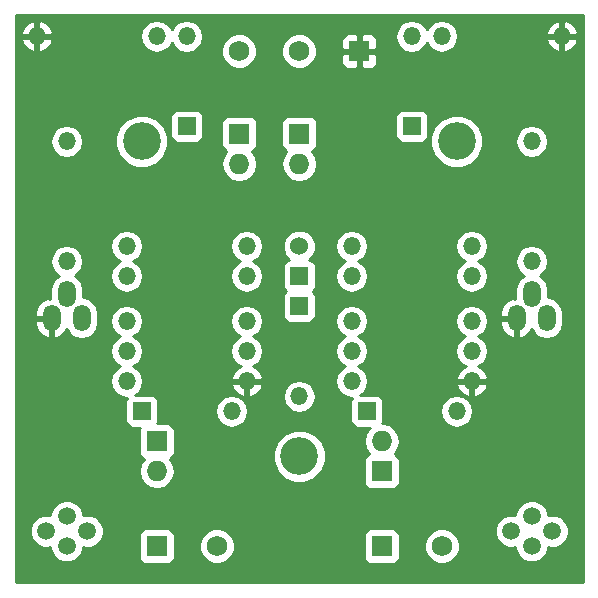
<source format=gbl>
G04 (created by PCBNEW (2013-07-07 BZR 4022)-stable) date 3/21/2015 3:58:04 AM*
%MOIN*%
G04 Gerber Fmt 3.4, Leading zero omitted, Abs format*
%FSLAX34Y34*%
G01*
G70*
G90*
G04 APERTURE LIST*
%ADD10C,0.00590551*%
%ADD11O,0.059X0.0885*%
%ADD12R,0.069X0.069*%
%ADD13C,0.069*%
%ADD14O,0.059X0.059*%
%ADD15R,0.06X0.06*%
%ADD16C,0.06*%
%ADD17C,0.059*%
%ADD18O,0.069X0.069*%
%ADD19C,0.125984*%
%ADD20R,0.059X0.059*%
%ADD21C,0.01*%
G04 APERTURE END LIST*
G54D10*
G54D11*
X50000Y-36397D03*
X50500Y-35602D03*
X51000Y-36397D03*
X34500Y-36397D03*
X35000Y-35602D03*
X35500Y-36397D03*
G54D12*
X44750Y-27500D03*
G54D13*
X42750Y-27500D03*
X40750Y-27500D03*
G54D12*
X38000Y-44000D03*
G54D13*
X40000Y-44000D03*
G54D12*
X45500Y-44000D03*
G54D13*
X47500Y-44000D03*
G54D14*
X50500Y-34500D03*
X50500Y-30500D03*
X47500Y-27000D03*
X51500Y-27000D03*
X38000Y-27000D03*
X34000Y-27000D03*
X44500Y-38500D03*
X48500Y-38500D03*
X37000Y-38500D03*
X41000Y-38500D03*
X48500Y-36500D03*
X44500Y-36500D03*
X35000Y-34500D03*
X35000Y-30500D03*
X37000Y-36500D03*
X41000Y-36500D03*
G54D15*
X42750Y-35000D03*
G54D16*
X42750Y-34000D03*
G54D17*
X50500Y-43007D03*
X51188Y-43500D03*
X49811Y-43500D03*
X50500Y-43992D03*
X35000Y-43007D03*
X35688Y-43500D03*
X34311Y-43500D03*
X35000Y-43992D03*
G54D12*
X38000Y-40500D03*
G54D18*
X38000Y-41500D03*
G54D12*
X45500Y-41500D03*
G54D18*
X45500Y-40500D03*
G54D12*
X40750Y-30250D03*
G54D18*
X40750Y-31250D03*
G54D12*
X42750Y-30250D03*
G54D18*
X42750Y-31250D03*
G54D19*
X48000Y-30500D03*
X42750Y-41000D03*
X37500Y-30500D03*
G54D14*
X37000Y-37500D03*
X41000Y-37500D03*
X41000Y-35000D03*
X37000Y-35000D03*
X41000Y-34000D03*
X37000Y-34000D03*
X48500Y-37500D03*
X44500Y-37500D03*
X44500Y-35000D03*
X48500Y-35000D03*
X44500Y-34000D03*
X48500Y-34000D03*
G54D20*
X46500Y-30000D03*
G54D14*
X46500Y-27000D03*
G54D20*
X39000Y-30000D03*
G54D14*
X39000Y-27000D03*
G54D20*
X42750Y-36000D03*
G54D14*
X42750Y-39000D03*
G54D20*
X37500Y-39500D03*
G54D14*
X40500Y-39500D03*
G54D20*
X45000Y-39500D03*
G54D14*
X48000Y-39500D03*
G54D10*
G36*
X52200Y-45200D02*
X52028Y-45200D01*
X52028Y-27134D01*
X52028Y-26865D01*
X51968Y-26721D01*
X51826Y-26563D01*
X51634Y-26471D01*
X51550Y-26519D01*
X51550Y-26950D01*
X51979Y-26950D01*
X52028Y-26865D01*
X52028Y-27134D01*
X51979Y-27050D01*
X51550Y-27050D01*
X51550Y-27480D01*
X51634Y-27528D01*
X51826Y-27436D01*
X51968Y-27278D01*
X52028Y-27134D01*
X52028Y-45200D01*
X51734Y-45200D01*
X51734Y-43392D01*
X51651Y-43191D01*
X51545Y-43085D01*
X51545Y-36558D01*
X51545Y-36236D01*
X51503Y-36027D01*
X51450Y-35947D01*
X51450Y-27480D01*
X51450Y-27050D01*
X51450Y-26950D01*
X51450Y-26519D01*
X51365Y-26471D01*
X51173Y-26563D01*
X51031Y-26721D01*
X50971Y-26865D01*
X51020Y-26950D01*
X51450Y-26950D01*
X51450Y-27050D01*
X51020Y-27050D01*
X50971Y-27134D01*
X51031Y-27278D01*
X51173Y-27436D01*
X51365Y-27528D01*
X51450Y-27480D01*
X51450Y-35947D01*
X51385Y-35851D01*
X51208Y-35732D01*
X51045Y-35700D01*
X51045Y-35441D01*
X51003Y-35232D01*
X50885Y-35056D01*
X50765Y-34976D01*
X50885Y-34896D01*
X51003Y-34719D01*
X51045Y-34510D01*
X51045Y-34489D01*
X51045Y-30510D01*
X51045Y-30489D01*
X51003Y-30280D01*
X50885Y-30103D01*
X50708Y-29985D01*
X50500Y-29944D01*
X50291Y-29985D01*
X50114Y-30103D01*
X49996Y-30280D01*
X49955Y-30489D01*
X49955Y-30510D01*
X49996Y-30719D01*
X50114Y-30896D01*
X50291Y-31014D01*
X50500Y-31055D01*
X50708Y-31014D01*
X50885Y-30896D01*
X51003Y-30719D01*
X51045Y-30510D01*
X51045Y-34489D01*
X51003Y-34280D01*
X50885Y-34103D01*
X50708Y-33985D01*
X50500Y-33944D01*
X50291Y-33985D01*
X50114Y-34103D01*
X49996Y-34280D01*
X49955Y-34489D01*
X49955Y-34510D01*
X49996Y-34719D01*
X50114Y-34896D01*
X50234Y-34976D01*
X50114Y-35056D01*
X49996Y-35232D01*
X49955Y-35441D01*
X49955Y-35705D01*
X49949Y-35705D01*
X49949Y-35770D01*
X49865Y-35721D01*
X49837Y-35727D01*
X49649Y-35829D01*
X49515Y-35995D01*
X49455Y-36200D01*
X49455Y-36347D01*
X49950Y-36347D01*
X49950Y-36339D01*
X50050Y-36339D01*
X50050Y-36347D01*
X50057Y-36347D01*
X50057Y-36447D01*
X50050Y-36447D01*
X50050Y-37024D01*
X50134Y-37073D01*
X50162Y-37067D01*
X50350Y-36965D01*
X50484Y-36799D01*
X50495Y-36762D01*
X50496Y-36767D01*
X50614Y-36943D01*
X50791Y-37062D01*
X51000Y-37103D01*
X51208Y-37062D01*
X51385Y-36943D01*
X51503Y-36767D01*
X51545Y-36558D01*
X51545Y-43085D01*
X51498Y-43038D01*
X51297Y-42955D01*
X51081Y-42954D01*
X51045Y-42969D01*
X51045Y-42899D01*
X50962Y-42699D01*
X50809Y-42546D01*
X50608Y-42462D01*
X50392Y-42462D01*
X50191Y-42545D01*
X50038Y-42698D01*
X49955Y-42898D01*
X49955Y-42969D01*
X49950Y-42967D01*
X49950Y-37024D01*
X49950Y-36447D01*
X49455Y-36447D01*
X49455Y-36595D01*
X49515Y-36799D01*
X49649Y-36965D01*
X49837Y-37067D01*
X49865Y-37073D01*
X49950Y-37024D01*
X49950Y-42967D01*
X49919Y-42955D01*
X49703Y-42954D01*
X49502Y-43037D01*
X49349Y-43190D01*
X49266Y-43391D01*
X49265Y-43607D01*
X49348Y-43808D01*
X49501Y-43961D01*
X49702Y-44044D01*
X49918Y-44045D01*
X49954Y-44030D01*
X49954Y-44100D01*
X50037Y-44300D01*
X50190Y-44453D01*
X50391Y-44537D01*
X50607Y-44537D01*
X50808Y-44454D01*
X50961Y-44301D01*
X51044Y-44101D01*
X51044Y-44030D01*
X51080Y-44044D01*
X51296Y-44045D01*
X51497Y-43962D01*
X51650Y-43809D01*
X51733Y-43608D01*
X51734Y-43392D01*
X51734Y-45200D01*
X49055Y-45200D01*
X49055Y-37500D01*
X49014Y-37291D01*
X48896Y-37114D01*
X48724Y-37000D01*
X48896Y-36885D01*
X49014Y-36708D01*
X49055Y-36500D01*
X49055Y-35000D01*
X49014Y-34791D01*
X48896Y-34614D01*
X48724Y-34500D01*
X48896Y-34385D01*
X49014Y-34208D01*
X49055Y-34000D01*
X49014Y-33791D01*
X48896Y-33614D01*
X48880Y-33603D01*
X48880Y-30325D01*
X48746Y-30002D01*
X48499Y-29754D01*
X48175Y-29620D01*
X48055Y-29620D01*
X48055Y-27000D01*
X48014Y-26791D01*
X47896Y-26614D01*
X47719Y-26496D01*
X47510Y-26455D01*
X47489Y-26455D01*
X47280Y-26496D01*
X47103Y-26614D01*
X46998Y-26772D01*
X46885Y-26603D01*
X46708Y-26485D01*
X46500Y-26444D01*
X46291Y-26485D01*
X46114Y-26603D01*
X45996Y-26780D01*
X45955Y-26989D01*
X45955Y-27010D01*
X45996Y-27219D01*
X46114Y-27396D01*
X46291Y-27514D01*
X46500Y-27555D01*
X46708Y-27514D01*
X46885Y-27396D01*
X46998Y-27227D01*
X47103Y-27385D01*
X47280Y-27503D01*
X47489Y-27545D01*
X47510Y-27545D01*
X47719Y-27503D01*
X47896Y-27385D01*
X48014Y-27208D01*
X48055Y-27000D01*
X48055Y-29620D01*
X47825Y-29619D01*
X47502Y-29753D01*
X47254Y-30000D01*
X47120Y-30324D01*
X47119Y-30674D01*
X47253Y-30997D01*
X47500Y-31245D01*
X47824Y-31379D01*
X48174Y-31380D01*
X48497Y-31246D01*
X48745Y-30999D01*
X48879Y-30675D01*
X48880Y-30325D01*
X48880Y-33603D01*
X48719Y-33496D01*
X48510Y-33455D01*
X48489Y-33455D01*
X48280Y-33496D01*
X48103Y-33614D01*
X47985Y-33791D01*
X47944Y-34000D01*
X47985Y-34208D01*
X48103Y-34385D01*
X48275Y-34500D01*
X48103Y-34614D01*
X47985Y-34791D01*
X47944Y-35000D01*
X47985Y-35208D01*
X48103Y-35385D01*
X48280Y-35503D01*
X48489Y-35545D01*
X48510Y-35545D01*
X48719Y-35503D01*
X48896Y-35385D01*
X49014Y-35208D01*
X49055Y-35000D01*
X49055Y-36500D01*
X49014Y-36291D01*
X48896Y-36114D01*
X48719Y-35996D01*
X48510Y-35955D01*
X48489Y-35955D01*
X48280Y-35996D01*
X48103Y-36114D01*
X47985Y-36291D01*
X47944Y-36500D01*
X47985Y-36708D01*
X48103Y-36885D01*
X48275Y-37000D01*
X48103Y-37114D01*
X47985Y-37291D01*
X47944Y-37500D01*
X47985Y-37708D01*
X48103Y-37885D01*
X48280Y-38003D01*
X48293Y-38006D01*
X48173Y-38063D01*
X48031Y-38221D01*
X47971Y-38365D01*
X48020Y-38450D01*
X48450Y-38450D01*
X48450Y-38442D01*
X48550Y-38442D01*
X48550Y-38450D01*
X48979Y-38450D01*
X49028Y-38365D01*
X48968Y-38221D01*
X48826Y-38063D01*
X48706Y-38006D01*
X48719Y-38003D01*
X48896Y-37885D01*
X49014Y-37708D01*
X49055Y-37500D01*
X49055Y-45200D01*
X49028Y-45200D01*
X49028Y-38634D01*
X48979Y-38550D01*
X48550Y-38550D01*
X48550Y-38980D01*
X48634Y-39028D01*
X48826Y-38936D01*
X48968Y-38778D01*
X49028Y-38634D01*
X49028Y-45200D01*
X48555Y-45200D01*
X48555Y-39500D01*
X48514Y-39291D01*
X48450Y-39195D01*
X48450Y-38980D01*
X48450Y-38550D01*
X48020Y-38550D01*
X47971Y-38634D01*
X48031Y-38778D01*
X48173Y-38936D01*
X48365Y-39028D01*
X48450Y-38980D01*
X48450Y-39195D01*
X48396Y-39114D01*
X48219Y-38996D01*
X48010Y-38955D01*
X47989Y-38955D01*
X47780Y-38996D01*
X47603Y-39114D01*
X47485Y-39291D01*
X47444Y-39500D01*
X47485Y-39708D01*
X47603Y-39885D01*
X47780Y-40003D01*
X47989Y-40045D01*
X48010Y-40045D01*
X48219Y-40003D01*
X48396Y-39885D01*
X48514Y-39708D01*
X48555Y-39500D01*
X48555Y-45200D01*
X48095Y-45200D01*
X48095Y-43882D01*
X48004Y-43663D01*
X47837Y-43495D01*
X47618Y-43405D01*
X47382Y-43404D01*
X47163Y-43495D01*
X47045Y-43613D01*
X47045Y-30245D01*
X47045Y-29655D01*
X47007Y-29563D01*
X46936Y-29493D01*
X46844Y-29455D01*
X46745Y-29454D01*
X46155Y-29454D01*
X46063Y-29492D01*
X45993Y-29563D01*
X45955Y-29655D01*
X45954Y-29754D01*
X45954Y-30344D01*
X45992Y-30436D01*
X46063Y-30506D01*
X46155Y-30544D01*
X46254Y-30545D01*
X46844Y-30545D01*
X46936Y-30507D01*
X47006Y-30436D01*
X47044Y-30344D01*
X47045Y-30245D01*
X47045Y-43613D01*
X46995Y-43662D01*
X46905Y-43881D01*
X46904Y-44117D01*
X46995Y-44336D01*
X47162Y-44504D01*
X47381Y-44594D01*
X47617Y-44595D01*
X47836Y-44504D01*
X48004Y-44337D01*
X48094Y-44118D01*
X48095Y-43882D01*
X48095Y-45200D01*
X46095Y-45200D01*
X46095Y-44295D01*
X46095Y-43605D01*
X46095Y-41795D01*
X46095Y-41105D01*
X46057Y-41013D01*
X45986Y-40943D01*
X45929Y-40919D01*
X46049Y-40739D01*
X46095Y-40511D01*
X46095Y-40488D01*
X46049Y-40260D01*
X45920Y-40067D01*
X45727Y-39938D01*
X45522Y-39897D01*
X45544Y-39844D01*
X45545Y-39745D01*
X45545Y-39155D01*
X45507Y-39063D01*
X45436Y-38993D01*
X45345Y-38955D01*
X45345Y-27795D01*
X45345Y-27204D01*
X45344Y-27105D01*
X45306Y-27013D01*
X45236Y-26942D01*
X45144Y-26904D01*
X44862Y-26905D01*
X44800Y-26967D01*
X44800Y-27450D01*
X45282Y-27450D01*
X45345Y-27387D01*
X45345Y-27204D01*
X45345Y-27795D01*
X45345Y-27612D01*
X45282Y-27550D01*
X44800Y-27550D01*
X44800Y-28032D01*
X44862Y-28095D01*
X45144Y-28095D01*
X45236Y-28057D01*
X45306Y-27986D01*
X45344Y-27894D01*
X45345Y-27795D01*
X45345Y-38955D01*
X45344Y-38955D01*
X45245Y-38954D01*
X44791Y-38954D01*
X44896Y-38885D01*
X45014Y-38708D01*
X45055Y-38500D01*
X45014Y-38291D01*
X44896Y-38114D01*
X44724Y-37999D01*
X44896Y-37885D01*
X45014Y-37708D01*
X45055Y-37500D01*
X45014Y-37291D01*
X44896Y-37114D01*
X44724Y-37000D01*
X44896Y-36885D01*
X45014Y-36708D01*
X45055Y-36500D01*
X45055Y-35000D01*
X45014Y-34791D01*
X44896Y-34614D01*
X44724Y-34500D01*
X44896Y-34385D01*
X45014Y-34208D01*
X45055Y-34000D01*
X45014Y-33791D01*
X44896Y-33614D01*
X44719Y-33496D01*
X44700Y-33492D01*
X44700Y-28032D01*
X44700Y-27550D01*
X44700Y-27450D01*
X44700Y-26967D01*
X44637Y-26905D01*
X44355Y-26904D01*
X44263Y-26942D01*
X44193Y-27013D01*
X44155Y-27105D01*
X44154Y-27204D01*
X44155Y-27387D01*
X44217Y-27450D01*
X44700Y-27450D01*
X44700Y-27550D01*
X44217Y-27550D01*
X44155Y-27612D01*
X44154Y-27795D01*
X44155Y-27894D01*
X44193Y-27986D01*
X44263Y-28057D01*
X44355Y-28095D01*
X44637Y-28095D01*
X44700Y-28032D01*
X44700Y-33492D01*
X44510Y-33455D01*
X44489Y-33455D01*
X44280Y-33496D01*
X44103Y-33614D01*
X43985Y-33791D01*
X43944Y-34000D01*
X43985Y-34208D01*
X44103Y-34385D01*
X44275Y-34500D01*
X44103Y-34614D01*
X43985Y-34791D01*
X43944Y-35000D01*
X43985Y-35208D01*
X44103Y-35385D01*
X44280Y-35503D01*
X44489Y-35545D01*
X44510Y-35545D01*
X44719Y-35503D01*
X44896Y-35385D01*
X45014Y-35208D01*
X45055Y-35000D01*
X45055Y-36500D01*
X45014Y-36291D01*
X44896Y-36114D01*
X44719Y-35996D01*
X44510Y-35955D01*
X44489Y-35955D01*
X44280Y-35996D01*
X44103Y-36114D01*
X43985Y-36291D01*
X43944Y-36500D01*
X43985Y-36708D01*
X44103Y-36885D01*
X44275Y-37000D01*
X44103Y-37114D01*
X43985Y-37291D01*
X43944Y-37500D01*
X43985Y-37708D01*
X44103Y-37885D01*
X44275Y-38000D01*
X44103Y-38114D01*
X43985Y-38291D01*
X43944Y-38500D01*
X43985Y-38708D01*
X44103Y-38885D01*
X44280Y-39003D01*
X44489Y-39045D01*
X44510Y-39045D01*
X44511Y-39044D01*
X44493Y-39063D01*
X44455Y-39155D01*
X44454Y-39254D01*
X44454Y-39844D01*
X44492Y-39936D01*
X44563Y-40006D01*
X44655Y-40044D01*
X44754Y-40045D01*
X45113Y-40045D01*
X45079Y-40067D01*
X44950Y-40260D01*
X44905Y-40488D01*
X44905Y-40511D01*
X44950Y-40739D01*
X45070Y-40919D01*
X45013Y-40942D01*
X44943Y-41013D01*
X44905Y-41105D01*
X44904Y-41204D01*
X44904Y-41894D01*
X44942Y-41986D01*
X45013Y-42056D01*
X45105Y-42094D01*
X45204Y-42095D01*
X45894Y-42095D01*
X45986Y-42057D01*
X46056Y-41986D01*
X46094Y-41894D01*
X46095Y-41795D01*
X46095Y-43605D01*
X46057Y-43513D01*
X45986Y-43443D01*
X45894Y-43405D01*
X45795Y-43404D01*
X45105Y-43404D01*
X45013Y-43442D01*
X44943Y-43513D01*
X44905Y-43605D01*
X44904Y-43704D01*
X44904Y-44394D01*
X44942Y-44486D01*
X45013Y-44556D01*
X45105Y-44594D01*
X45204Y-44595D01*
X45894Y-44595D01*
X45986Y-44557D01*
X46056Y-44486D01*
X46094Y-44394D01*
X46095Y-44295D01*
X46095Y-45200D01*
X43630Y-45200D01*
X43630Y-40825D01*
X43496Y-40502D01*
X43345Y-40350D01*
X43345Y-27382D01*
X43254Y-27163D01*
X43087Y-26995D01*
X42868Y-26905D01*
X42632Y-26904D01*
X42413Y-26995D01*
X42245Y-27162D01*
X42155Y-27381D01*
X42154Y-27617D01*
X42245Y-27836D01*
X42412Y-28004D01*
X42631Y-28094D01*
X42867Y-28095D01*
X43086Y-28004D01*
X43254Y-27837D01*
X43344Y-27618D01*
X43345Y-27382D01*
X43345Y-40350D01*
X43345Y-40350D01*
X43345Y-30545D01*
X43345Y-29855D01*
X43307Y-29763D01*
X43236Y-29693D01*
X43144Y-29655D01*
X43045Y-29654D01*
X42355Y-29654D01*
X42263Y-29692D01*
X42193Y-29763D01*
X42155Y-29855D01*
X42154Y-29954D01*
X42154Y-30644D01*
X42192Y-30736D01*
X42263Y-30806D01*
X42320Y-30830D01*
X42200Y-31010D01*
X42155Y-31238D01*
X42155Y-31261D01*
X42200Y-31489D01*
X42329Y-31682D01*
X42522Y-31811D01*
X42750Y-31856D01*
X42977Y-31811D01*
X43170Y-31682D01*
X43299Y-31489D01*
X43345Y-31261D01*
X43345Y-31238D01*
X43299Y-31010D01*
X43179Y-30830D01*
X43236Y-30807D01*
X43306Y-30736D01*
X43344Y-30644D01*
X43345Y-30545D01*
X43345Y-40350D01*
X43300Y-40305D01*
X43300Y-33891D01*
X43216Y-33688D01*
X43061Y-33534D01*
X42859Y-33450D01*
X42641Y-33449D01*
X42438Y-33533D01*
X42284Y-33688D01*
X42200Y-33890D01*
X42199Y-34108D01*
X42283Y-34311D01*
X42422Y-34449D01*
X42400Y-34449D01*
X42308Y-34487D01*
X42238Y-34558D01*
X42200Y-34650D01*
X42199Y-34749D01*
X42199Y-35349D01*
X42237Y-35441D01*
X42301Y-35505D01*
X42243Y-35563D01*
X42205Y-35655D01*
X42204Y-35754D01*
X42204Y-36344D01*
X42242Y-36436D01*
X42313Y-36506D01*
X42405Y-36544D01*
X42504Y-36545D01*
X43094Y-36545D01*
X43186Y-36507D01*
X43256Y-36436D01*
X43294Y-36344D01*
X43295Y-36245D01*
X43295Y-35655D01*
X43257Y-35563D01*
X43198Y-35504D01*
X43261Y-35441D01*
X43299Y-35349D01*
X43300Y-35250D01*
X43300Y-34650D01*
X43262Y-34558D01*
X43191Y-34488D01*
X43099Y-34450D01*
X43077Y-34450D01*
X43215Y-34311D01*
X43299Y-34109D01*
X43300Y-33891D01*
X43300Y-40305D01*
X43295Y-40300D01*
X43295Y-39010D01*
X43295Y-38989D01*
X43253Y-38780D01*
X43135Y-38603D01*
X42958Y-38485D01*
X42750Y-38444D01*
X42541Y-38485D01*
X42364Y-38603D01*
X42246Y-38780D01*
X42205Y-38989D01*
X42205Y-39010D01*
X42246Y-39219D01*
X42364Y-39396D01*
X42541Y-39514D01*
X42750Y-39555D01*
X42958Y-39514D01*
X43135Y-39396D01*
X43253Y-39219D01*
X43295Y-39010D01*
X43295Y-40300D01*
X43249Y-40254D01*
X42925Y-40120D01*
X42575Y-40119D01*
X42252Y-40253D01*
X42004Y-40500D01*
X41870Y-40824D01*
X41869Y-41174D01*
X42003Y-41497D01*
X42250Y-41745D01*
X42574Y-41879D01*
X42924Y-41880D01*
X43247Y-41746D01*
X43495Y-41499D01*
X43629Y-41175D01*
X43630Y-40825D01*
X43630Y-45200D01*
X41555Y-45200D01*
X41555Y-37500D01*
X41514Y-37291D01*
X41396Y-37114D01*
X41224Y-37000D01*
X41396Y-36885D01*
X41514Y-36708D01*
X41555Y-36500D01*
X41555Y-35000D01*
X41514Y-34791D01*
X41396Y-34614D01*
X41224Y-34500D01*
X41396Y-34385D01*
X41514Y-34208D01*
X41555Y-34000D01*
X41514Y-33791D01*
X41396Y-33614D01*
X41345Y-33580D01*
X41345Y-27382D01*
X41254Y-27163D01*
X41087Y-26995D01*
X40868Y-26905D01*
X40632Y-26904D01*
X40413Y-26995D01*
X40245Y-27162D01*
X40155Y-27381D01*
X40154Y-27617D01*
X40245Y-27836D01*
X40412Y-28004D01*
X40631Y-28094D01*
X40867Y-28095D01*
X41086Y-28004D01*
X41254Y-27837D01*
X41344Y-27618D01*
X41345Y-27382D01*
X41345Y-33580D01*
X41345Y-33580D01*
X41345Y-30545D01*
X41345Y-29855D01*
X41307Y-29763D01*
X41236Y-29693D01*
X41144Y-29655D01*
X41045Y-29654D01*
X40355Y-29654D01*
X40263Y-29692D01*
X40193Y-29763D01*
X40155Y-29855D01*
X40154Y-29954D01*
X40154Y-30644D01*
X40192Y-30736D01*
X40263Y-30806D01*
X40320Y-30830D01*
X40200Y-31010D01*
X40155Y-31238D01*
X40155Y-31261D01*
X40200Y-31489D01*
X40329Y-31682D01*
X40522Y-31811D01*
X40750Y-31856D01*
X40977Y-31811D01*
X41170Y-31682D01*
X41299Y-31489D01*
X41345Y-31261D01*
X41345Y-31238D01*
X41299Y-31010D01*
X41179Y-30830D01*
X41236Y-30807D01*
X41306Y-30736D01*
X41344Y-30644D01*
X41345Y-30545D01*
X41345Y-33580D01*
X41219Y-33496D01*
X41010Y-33455D01*
X40989Y-33455D01*
X40780Y-33496D01*
X40603Y-33614D01*
X40485Y-33791D01*
X40444Y-34000D01*
X40485Y-34208D01*
X40603Y-34385D01*
X40775Y-34500D01*
X40603Y-34614D01*
X40485Y-34791D01*
X40444Y-35000D01*
X40485Y-35208D01*
X40603Y-35385D01*
X40780Y-35503D01*
X40989Y-35545D01*
X41010Y-35545D01*
X41219Y-35503D01*
X41396Y-35385D01*
X41514Y-35208D01*
X41555Y-35000D01*
X41555Y-36500D01*
X41514Y-36291D01*
X41396Y-36114D01*
X41219Y-35996D01*
X41010Y-35955D01*
X40989Y-35955D01*
X40780Y-35996D01*
X40603Y-36114D01*
X40485Y-36291D01*
X40444Y-36500D01*
X40485Y-36708D01*
X40603Y-36885D01*
X40775Y-37000D01*
X40603Y-37114D01*
X40485Y-37291D01*
X40444Y-37500D01*
X40485Y-37708D01*
X40603Y-37885D01*
X40780Y-38003D01*
X40793Y-38006D01*
X40673Y-38063D01*
X40531Y-38221D01*
X40471Y-38365D01*
X40520Y-38450D01*
X40950Y-38450D01*
X40950Y-38442D01*
X41050Y-38442D01*
X41050Y-38450D01*
X41479Y-38450D01*
X41528Y-38365D01*
X41468Y-38221D01*
X41326Y-38063D01*
X41206Y-38006D01*
X41219Y-38003D01*
X41396Y-37885D01*
X41514Y-37708D01*
X41555Y-37500D01*
X41555Y-45200D01*
X41528Y-45200D01*
X41528Y-38634D01*
X41479Y-38550D01*
X41050Y-38550D01*
X41050Y-38980D01*
X41134Y-39028D01*
X41326Y-38936D01*
X41468Y-38778D01*
X41528Y-38634D01*
X41528Y-45200D01*
X41055Y-45200D01*
X41055Y-39500D01*
X41014Y-39291D01*
X40950Y-39195D01*
X40950Y-38980D01*
X40950Y-38550D01*
X40520Y-38550D01*
X40471Y-38634D01*
X40531Y-38778D01*
X40673Y-38936D01*
X40865Y-39028D01*
X40950Y-38980D01*
X40950Y-39195D01*
X40896Y-39114D01*
X40719Y-38996D01*
X40510Y-38955D01*
X40489Y-38955D01*
X40280Y-38996D01*
X40103Y-39114D01*
X39985Y-39291D01*
X39944Y-39500D01*
X39985Y-39708D01*
X40103Y-39885D01*
X40280Y-40003D01*
X40489Y-40045D01*
X40510Y-40045D01*
X40719Y-40003D01*
X40896Y-39885D01*
X41014Y-39708D01*
X41055Y-39500D01*
X41055Y-45200D01*
X40595Y-45200D01*
X40595Y-43882D01*
X40504Y-43663D01*
X40337Y-43495D01*
X40118Y-43405D01*
X39882Y-43404D01*
X39663Y-43495D01*
X39545Y-43613D01*
X39545Y-30245D01*
X39545Y-29655D01*
X39545Y-29655D01*
X39545Y-27010D01*
X39545Y-26989D01*
X39503Y-26780D01*
X39385Y-26603D01*
X39208Y-26485D01*
X39000Y-26444D01*
X38791Y-26485D01*
X38614Y-26603D01*
X38501Y-26772D01*
X38396Y-26614D01*
X38219Y-26496D01*
X38010Y-26455D01*
X37989Y-26455D01*
X37780Y-26496D01*
X37603Y-26614D01*
X37485Y-26791D01*
X37444Y-27000D01*
X37485Y-27208D01*
X37603Y-27385D01*
X37780Y-27503D01*
X37989Y-27545D01*
X38010Y-27545D01*
X38219Y-27503D01*
X38396Y-27385D01*
X38501Y-27227D01*
X38614Y-27396D01*
X38791Y-27514D01*
X39000Y-27555D01*
X39208Y-27514D01*
X39385Y-27396D01*
X39503Y-27219D01*
X39545Y-27010D01*
X39545Y-29655D01*
X39507Y-29563D01*
X39436Y-29493D01*
X39344Y-29455D01*
X39245Y-29454D01*
X38655Y-29454D01*
X38563Y-29492D01*
X38493Y-29563D01*
X38455Y-29655D01*
X38454Y-29754D01*
X38454Y-30344D01*
X38492Y-30436D01*
X38563Y-30506D01*
X38655Y-30544D01*
X38754Y-30545D01*
X39344Y-30545D01*
X39436Y-30507D01*
X39506Y-30436D01*
X39544Y-30344D01*
X39545Y-30245D01*
X39545Y-43613D01*
X39495Y-43662D01*
X39405Y-43881D01*
X39404Y-44117D01*
X39495Y-44336D01*
X39662Y-44504D01*
X39881Y-44594D01*
X40117Y-44595D01*
X40336Y-44504D01*
X40504Y-44337D01*
X40594Y-44118D01*
X40595Y-43882D01*
X40595Y-45200D01*
X38595Y-45200D01*
X38595Y-44295D01*
X38595Y-43605D01*
X38595Y-40795D01*
X38595Y-40105D01*
X38557Y-40013D01*
X38486Y-39943D01*
X38394Y-39905D01*
X38380Y-39905D01*
X38380Y-30325D01*
X38246Y-30002D01*
X37999Y-29754D01*
X37675Y-29620D01*
X37325Y-29619D01*
X37002Y-29753D01*
X36754Y-30000D01*
X36620Y-30324D01*
X36619Y-30674D01*
X36753Y-30997D01*
X37000Y-31245D01*
X37324Y-31379D01*
X37674Y-31380D01*
X37997Y-31246D01*
X38245Y-30999D01*
X38379Y-30675D01*
X38380Y-30325D01*
X38380Y-39905D01*
X38295Y-39904D01*
X38020Y-39904D01*
X38044Y-39844D01*
X38045Y-39745D01*
X38045Y-39155D01*
X38007Y-39063D01*
X37936Y-38993D01*
X37844Y-38955D01*
X37745Y-38954D01*
X37291Y-38954D01*
X37396Y-38885D01*
X37514Y-38708D01*
X37555Y-38500D01*
X37514Y-38291D01*
X37396Y-38114D01*
X37224Y-37999D01*
X37396Y-37885D01*
X37514Y-37708D01*
X37555Y-37500D01*
X37514Y-37291D01*
X37396Y-37114D01*
X37224Y-37000D01*
X37396Y-36885D01*
X37514Y-36708D01*
X37555Y-36500D01*
X37555Y-35000D01*
X37514Y-34791D01*
X37396Y-34614D01*
X37224Y-34500D01*
X37396Y-34385D01*
X37514Y-34208D01*
X37555Y-34000D01*
X37514Y-33791D01*
X37396Y-33614D01*
X37219Y-33496D01*
X37010Y-33455D01*
X36989Y-33455D01*
X36780Y-33496D01*
X36603Y-33614D01*
X36485Y-33791D01*
X36444Y-34000D01*
X36485Y-34208D01*
X36603Y-34385D01*
X36775Y-34500D01*
X36603Y-34614D01*
X36485Y-34791D01*
X36444Y-35000D01*
X36485Y-35208D01*
X36603Y-35385D01*
X36780Y-35503D01*
X36989Y-35545D01*
X37010Y-35545D01*
X37219Y-35503D01*
X37396Y-35385D01*
X37514Y-35208D01*
X37555Y-35000D01*
X37555Y-36500D01*
X37514Y-36291D01*
X37396Y-36114D01*
X37219Y-35996D01*
X37010Y-35955D01*
X36989Y-35955D01*
X36780Y-35996D01*
X36603Y-36114D01*
X36485Y-36291D01*
X36444Y-36500D01*
X36485Y-36708D01*
X36603Y-36885D01*
X36775Y-37000D01*
X36603Y-37114D01*
X36485Y-37291D01*
X36444Y-37500D01*
X36485Y-37708D01*
X36603Y-37885D01*
X36775Y-38000D01*
X36603Y-38114D01*
X36485Y-38291D01*
X36444Y-38500D01*
X36485Y-38708D01*
X36603Y-38885D01*
X36780Y-39003D01*
X36989Y-39045D01*
X37010Y-39045D01*
X37011Y-39044D01*
X36993Y-39063D01*
X36955Y-39155D01*
X36954Y-39254D01*
X36954Y-39844D01*
X36992Y-39936D01*
X37063Y-40006D01*
X37155Y-40044D01*
X37254Y-40045D01*
X37429Y-40045D01*
X37405Y-40105D01*
X37404Y-40204D01*
X37404Y-40894D01*
X37442Y-40986D01*
X37513Y-41056D01*
X37570Y-41080D01*
X37450Y-41260D01*
X37405Y-41488D01*
X37405Y-41511D01*
X37450Y-41739D01*
X37579Y-41932D01*
X37772Y-42061D01*
X38000Y-42106D01*
X38227Y-42061D01*
X38420Y-41932D01*
X38549Y-41739D01*
X38595Y-41511D01*
X38595Y-41488D01*
X38549Y-41260D01*
X38429Y-41080D01*
X38486Y-41057D01*
X38556Y-40986D01*
X38594Y-40894D01*
X38595Y-40795D01*
X38595Y-43605D01*
X38557Y-43513D01*
X38486Y-43443D01*
X38394Y-43405D01*
X38295Y-43404D01*
X37605Y-43404D01*
X37513Y-43442D01*
X37443Y-43513D01*
X37405Y-43605D01*
X37404Y-43704D01*
X37404Y-44394D01*
X37442Y-44486D01*
X37513Y-44556D01*
X37605Y-44594D01*
X37704Y-44595D01*
X38394Y-44595D01*
X38486Y-44557D01*
X38556Y-44486D01*
X38594Y-44394D01*
X38595Y-44295D01*
X38595Y-45200D01*
X36234Y-45200D01*
X36234Y-43392D01*
X36151Y-43191D01*
X36045Y-43085D01*
X36045Y-36558D01*
X36045Y-36236D01*
X36003Y-36027D01*
X35885Y-35851D01*
X35708Y-35732D01*
X35545Y-35700D01*
X35545Y-35441D01*
X35503Y-35232D01*
X35385Y-35056D01*
X35265Y-34976D01*
X35385Y-34896D01*
X35503Y-34719D01*
X35545Y-34510D01*
X35545Y-34489D01*
X35545Y-30510D01*
X35545Y-30489D01*
X35503Y-30280D01*
X35385Y-30103D01*
X35208Y-29985D01*
X35000Y-29944D01*
X34791Y-29985D01*
X34614Y-30103D01*
X34528Y-30233D01*
X34528Y-27134D01*
X34528Y-26865D01*
X34468Y-26721D01*
X34326Y-26563D01*
X34134Y-26471D01*
X34050Y-26519D01*
X34050Y-26950D01*
X34479Y-26950D01*
X34528Y-26865D01*
X34528Y-27134D01*
X34479Y-27050D01*
X34050Y-27050D01*
X34050Y-27480D01*
X34134Y-27528D01*
X34326Y-27436D01*
X34468Y-27278D01*
X34528Y-27134D01*
X34528Y-30233D01*
X34496Y-30280D01*
X34455Y-30489D01*
X34455Y-30510D01*
X34496Y-30719D01*
X34614Y-30896D01*
X34791Y-31014D01*
X35000Y-31055D01*
X35208Y-31014D01*
X35385Y-30896D01*
X35503Y-30719D01*
X35545Y-30510D01*
X35545Y-34489D01*
X35503Y-34280D01*
X35385Y-34103D01*
X35208Y-33985D01*
X35000Y-33944D01*
X34791Y-33985D01*
X34614Y-34103D01*
X34496Y-34280D01*
X34455Y-34489D01*
X34455Y-34510D01*
X34496Y-34719D01*
X34614Y-34896D01*
X34734Y-34976D01*
X34614Y-35056D01*
X34496Y-35232D01*
X34455Y-35441D01*
X34455Y-35705D01*
X34449Y-35705D01*
X34449Y-35770D01*
X34365Y-35721D01*
X34337Y-35727D01*
X34149Y-35829D01*
X34015Y-35995D01*
X33955Y-36200D01*
X33955Y-36347D01*
X34450Y-36347D01*
X34450Y-36339D01*
X34550Y-36339D01*
X34550Y-36347D01*
X34557Y-36347D01*
X34557Y-36447D01*
X34550Y-36447D01*
X34550Y-37024D01*
X34634Y-37073D01*
X34662Y-37067D01*
X34850Y-36965D01*
X34984Y-36799D01*
X34995Y-36762D01*
X34996Y-36767D01*
X35114Y-36943D01*
X35291Y-37062D01*
X35500Y-37103D01*
X35708Y-37062D01*
X35885Y-36943D01*
X36003Y-36767D01*
X36045Y-36558D01*
X36045Y-43085D01*
X35998Y-43038D01*
X35797Y-42955D01*
X35581Y-42954D01*
X35545Y-42969D01*
X35545Y-42899D01*
X35462Y-42699D01*
X35309Y-42546D01*
X35108Y-42462D01*
X34892Y-42462D01*
X34691Y-42545D01*
X34538Y-42698D01*
X34455Y-42898D01*
X34455Y-42969D01*
X34450Y-42967D01*
X34450Y-37024D01*
X34450Y-36447D01*
X33955Y-36447D01*
X33955Y-36595D01*
X34015Y-36799D01*
X34149Y-36965D01*
X34337Y-37067D01*
X34365Y-37073D01*
X34450Y-37024D01*
X34450Y-42967D01*
X34419Y-42955D01*
X34203Y-42954D01*
X34002Y-43037D01*
X33950Y-43090D01*
X33950Y-27480D01*
X33950Y-27050D01*
X33950Y-26950D01*
X33950Y-26519D01*
X33865Y-26471D01*
X33673Y-26563D01*
X33531Y-26721D01*
X33471Y-26865D01*
X33520Y-26950D01*
X33950Y-26950D01*
X33950Y-27050D01*
X33520Y-27050D01*
X33471Y-27134D01*
X33531Y-27278D01*
X33673Y-27436D01*
X33865Y-27528D01*
X33950Y-27480D01*
X33950Y-43090D01*
X33849Y-43190D01*
X33766Y-43391D01*
X33765Y-43607D01*
X33848Y-43808D01*
X34001Y-43961D01*
X34202Y-44044D01*
X34418Y-44045D01*
X34454Y-44030D01*
X34454Y-44100D01*
X34537Y-44300D01*
X34690Y-44453D01*
X34891Y-44537D01*
X35107Y-44537D01*
X35308Y-44454D01*
X35461Y-44301D01*
X35544Y-44101D01*
X35544Y-44030D01*
X35580Y-44044D01*
X35796Y-44045D01*
X35997Y-43962D01*
X36150Y-43809D01*
X36233Y-43608D01*
X36234Y-43392D01*
X36234Y-45200D01*
X33300Y-45200D01*
X33300Y-26300D01*
X52200Y-26300D01*
X52200Y-45200D01*
X52200Y-45200D01*
G37*
G54D21*
X52200Y-45200D02*
X52028Y-45200D01*
X52028Y-27134D01*
X52028Y-26865D01*
X51968Y-26721D01*
X51826Y-26563D01*
X51634Y-26471D01*
X51550Y-26519D01*
X51550Y-26950D01*
X51979Y-26950D01*
X52028Y-26865D01*
X52028Y-27134D01*
X51979Y-27050D01*
X51550Y-27050D01*
X51550Y-27480D01*
X51634Y-27528D01*
X51826Y-27436D01*
X51968Y-27278D01*
X52028Y-27134D01*
X52028Y-45200D01*
X51734Y-45200D01*
X51734Y-43392D01*
X51651Y-43191D01*
X51545Y-43085D01*
X51545Y-36558D01*
X51545Y-36236D01*
X51503Y-36027D01*
X51450Y-35947D01*
X51450Y-27480D01*
X51450Y-27050D01*
X51450Y-26950D01*
X51450Y-26519D01*
X51365Y-26471D01*
X51173Y-26563D01*
X51031Y-26721D01*
X50971Y-26865D01*
X51020Y-26950D01*
X51450Y-26950D01*
X51450Y-27050D01*
X51020Y-27050D01*
X50971Y-27134D01*
X51031Y-27278D01*
X51173Y-27436D01*
X51365Y-27528D01*
X51450Y-27480D01*
X51450Y-35947D01*
X51385Y-35851D01*
X51208Y-35732D01*
X51045Y-35700D01*
X51045Y-35441D01*
X51003Y-35232D01*
X50885Y-35056D01*
X50765Y-34976D01*
X50885Y-34896D01*
X51003Y-34719D01*
X51045Y-34510D01*
X51045Y-34489D01*
X51045Y-30510D01*
X51045Y-30489D01*
X51003Y-30280D01*
X50885Y-30103D01*
X50708Y-29985D01*
X50500Y-29944D01*
X50291Y-29985D01*
X50114Y-30103D01*
X49996Y-30280D01*
X49955Y-30489D01*
X49955Y-30510D01*
X49996Y-30719D01*
X50114Y-30896D01*
X50291Y-31014D01*
X50500Y-31055D01*
X50708Y-31014D01*
X50885Y-30896D01*
X51003Y-30719D01*
X51045Y-30510D01*
X51045Y-34489D01*
X51003Y-34280D01*
X50885Y-34103D01*
X50708Y-33985D01*
X50500Y-33944D01*
X50291Y-33985D01*
X50114Y-34103D01*
X49996Y-34280D01*
X49955Y-34489D01*
X49955Y-34510D01*
X49996Y-34719D01*
X50114Y-34896D01*
X50234Y-34976D01*
X50114Y-35056D01*
X49996Y-35232D01*
X49955Y-35441D01*
X49955Y-35705D01*
X49949Y-35705D01*
X49949Y-35770D01*
X49865Y-35721D01*
X49837Y-35727D01*
X49649Y-35829D01*
X49515Y-35995D01*
X49455Y-36200D01*
X49455Y-36347D01*
X49950Y-36347D01*
X49950Y-36339D01*
X50050Y-36339D01*
X50050Y-36347D01*
X50057Y-36347D01*
X50057Y-36447D01*
X50050Y-36447D01*
X50050Y-37024D01*
X50134Y-37073D01*
X50162Y-37067D01*
X50350Y-36965D01*
X50484Y-36799D01*
X50495Y-36762D01*
X50496Y-36767D01*
X50614Y-36943D01*
X50791Y-37062D01*
X51000Y-37103D01*
X51208Y-37062D01*
X51385Y-36943D01*
X51503Y-36767D01*
X51545Y-36558D01*
X51545Y-43085D01*
X51498Y-43038D01*
X51297Y-42955D01*
X51081Y-42954D01*
X51045Y-42969D01*
X51045Y-42899D01*
X50962Y-42699D01*
X50809Y-42546D01*
X50608Y-42462D01*
X50392Y-42462D01*
X50191Y-42545D01*
X50038Y-42698D01*
X49955Y-42898D01*
X49955Y-42969D01*
X49950Y-42967D01*
X49950Y-37024D01*
X49950Y-36447D01*
X49455Y-36447D01*
X49455Y-36595D01*
X49515Y-36799D01*
X49649Y-36965D01*
X49837Y-37067D01*
X49865Y-37073D01*
X49950Y-37024D01*
X49950Y-42967D01*
X49919Y-42955D01*
X49703Y-42954D01*
X49502Y-43037D01*
X49349Y-43190D01*
X49266Y-43391D01*
X49265Y-43607D01*
X49348Y-43808D01*
X49501Y-43961D01*
X49702Y-44044D01*
X49918Y-44045D01*
X49954Y-44030D01*
X49954Y-44100D01*
X50037Y-44300D01*
X50190Y-44453D01*
X50391Y-44537D01*
X50607Y-44537D01*
X50808Y-44454D01*
X50961Y-44301D01*
X51044Y-44101D01*
X51044Y-44030D01*
X51080Y-44044D01*
X51296Y-44045D01*
X51497Y-43962D01*
X51650Y-43809D01*
X51733Y-43608D01*
X51734Y-43392D01*
X51734Y-45200D01*
X49055Y-45200D01*
X49055Y-37500D01*
X49014Y-37291D01*
X48896Y-37114D01*
X48724Y-37000D01*
X48896Y-36885D01*
X49014Y-36708D01*
X49055Y-36500D01*
X49055Y-35000D01*
X49014Y-34791D01*
X48896Y-34614D01*
X48724Y-34500D01*
X48896Y-34385D01*
X49014Y-34208D01*
X49055Y-34000D01*
X49014Y-33791D01*
X48896Y-33614D01*
X48880Y-33603D01*
X48880Y-30325D01*
X48746Y-30002D01*
X48499Y-29754D01*
X48175Y-29620D01*
X48055Y-29620D01*
X48055Y-27000D01*
X48014Y-26791D01*
X47896Y-26614D01*
X47719Y-26496D01*
X47510Y-26455D01*
X47489Y-26455D01*
X47280Y-26496D01*
X47103Y-26614D01*
X46998Y-26772D01*
X46885Y-26603D01*
X46708Y-26485D01*
X46500Y-26444D01*
X46291Y-26485D01*
X46114Y-26603D01*
X45996Y-26780D01*
X45955Y-26989D01*
X45955Y-27010D01*
X45996Y-27219D01*
X46114Y-27396D01*
X46291Y-27514D01*
X46500Y-27555D01*
X46708Y-27514D01*
X46885Y-27396D01*
X46998Y-27227D01*
X47103Y-27385D01*
X47280Y-27503D01*
X47489Y-27545D01*
X47510Y-27545D01*
X47719Y-27503D01*
X47896Y-27385D01*
X48014Y-27208D01*
X48055Y-27000D01*
X48055Y-29620D01*
X47825Y-29619D01*
X47502Y-29753D01*
X47254Y-30000D01*
X47120Y-30324D01*
X47119Y-30674D01*
X47253Y-30997D01*
X47500Y-31245D01*
X47824Y-31379D01*
X48174Y-31380D01*
X48497Y-31246D01*
X48745Y-30999D01*
X48879Y-30675D01*
X48880Y-30325D01*
X48880Y-33603D01*
X48719Y-33496D01*
X48510Y-33455D01*
X48489Y-33455D01*
X48280Y-33496D01*
X48103Y-33614D01*
X47985Y-33791D01*
X47944Y-34000D01*
X47985Y-34208D01*
X48103Y-34385D01*
X48275Y-34500D01*
X48103Y-34614D01*
X47985Y-34791D01*
X47944Y-35000D01*
X47985Y-35208D01*
X48103Y-35385D01*
X48280Y-35503D01*
X48489Y-35545D01*
X48510Y-35545D01*
X48719Y-35503D01*
X48896Y-35385D01*
X49014Y-35208D01*
X49055Y-35000D01*
X49055Y-36500D01*
X49014Y-36291D01*
X48896Y-36114D01*
X48719Y-35996D01*
X48510Y-35955D01*
X48489Y-35955D01*
X48280Y-35996D01*
X48103Y-36114D01*
X47985Y-36291D01*
X47944Y-36500D01*
X47985Y-36708D01*
X48103Y-36885D01*
X48275Y-37000D01*
X48103Y-37114D01*
X47985Y-37291D01*
X47944Y-37500D01*
X47985Y-37708D01*
X48103Y-37885D01*
X48280Y-38003D01*
X48293Y-38006D01*
X48173Y-38063D01*
X48031Y-38221D01*
X47971Y-38365D01*
X48020Y-38450D01*
X48450Y-38450D01*
X48450Y-38442D01*
X48550Y-38442D01*
X48550Y-38450D01*
X48979Y-38450D01*
X49028Y-38365D01*
X48968Y-38221D01*
X48826Y-38063D01*
X48706Y-38006D01*
X48719Y-38003D01*
X48896Y-37885D01*
X49014Y-37708D01*
X49055Y-37500D01*
X49055Y-45200D01*
X49028Y-45200D01*
X49028Y-38634D01*
X48979Y-38550D01*
X48550Y-38550D01*
X48550Y-38980D01*
X48634Y-39028D01*
X48826Y-38936D01*
X48968Y-38778D01*
X49028Y-38634D01*
X49028Y-45200D01*
X48555Y-45200D01*
X48555Y-39500D01*
X48514Y-39291D01*
X48450Y-39195D01*
X48450Y-38980D01*
X48450Y-38550D01*
X48020Y-38550D01*
X47971Y-38634D01*
X48031Y-38778D01*
X48173Y-38936D01*
X48365Y-39028D01*
X48450Y-38980D01*
X48450Y-39195D01*
X48396Y-39114D01*
X48219Y-38996D01*
X48010Y-38955D01*
X47989Y-38955D01*
X47780Y-38996D01*
X47603Y-39114D01*
X47485Y-39291D01*
X47444Y-39500D01*
X47485Y-39708D01*
X47603Y-39885D01*
X47780Y-40003D01*
X47989Y-40045D01*
X48010Y-40045D01*
X48219Y-40003D01*
X48396Y-39885D01*
X48514Y-39708D01*
X48555Y-39500D01*
X48555Y-45200D01*
X48095Y-45200D01*
X48095Y-43882D01*
X48004Y-43663D01*
X47837Y-43495D01*
X47618Y-43405D01*
X47382Y-43404D01*
X47163Y-43495D01*
X47045Y-43613D01*
X47045Y-30245D01*
X47045Y-29655D01*
X47007Y-29563D01*
X46936Y-29493D01*
X46844Y-29455D01*
X46745Y-29454D01*
X46155Y-29454D01*
X46063Y-29492D01*
X45993Y-29563D01*
X45955Y-29655D01*
X45954Y-29754D01*
X45954Y-30344D01*
X45992Y-30436D01*
X46063Y-30506D01*
X46155Y-30544D01*
X46254Y-30545D01*
X46844Y-30545D01*
X46936Y-30507D01*
X47006Y-30436D01*
X47044Y-30344D01*
X47045Y-30245D01*
X47045Y-43613D01*
X46995Y-43662D01*
X46905Y-43881D01*
X46904Y-44117D01*
X46995Y-44336D01*
X47162Y-44504D01*
X47381Y-44594D01*
X47617Y-44595D01*
X47836Y-44504D01*
X48004Y-44337D01*
X48094Y-44118D01*
X48095Y-43882D01*
X48095Y-45200D01*
X46095Y-45200D01*
X46095Y-44295D01*
X46095Y-43605D01*
X46095Y-41795D01*
X46095Y-41105D01*
X46057Y-41013D01*
X45986Y-40943D01*
X45929Y-40919D01*
X46049Y-40739D01*
X46095Y-40511D01*
X46095Y-40488D01*
X46049Y-40260D01*
X45920Y-40067D01*
X45727Y-39938D01*
X45522Y-39897D01*
X45544Y-39844D01*
X45545Y-39745D01*
X45545Y-39155D01*
X45507Y-39063D01*
X45436Y-38993D01*
X45345Y-38955D01*
X45345Y-27795D01*
X45345Y-27204D01*
X45344Y-27105D01*
X45306Y-27013D01*
X45236Y-26942D01*
X45144Y-26904D01*
X44862Y-26905D01*
X44800Y-26967D01*
X44800Y-27450D01*
X45282Y-27450D01*
X45345Y-27387D01*
X45345Y-27204D01*
X45345Y-27795D01*
X45345Y-27612D01*
X45282Y-27550D01*
X44800Y-27550D01*
X44800Y-28032D01*
X44862Y-28095D01*
X45144Y-28095D01*
X45236Y-28057D01*
X45306Y-27986D01*
X45344Y-27894D01*
X45345Y-27795D01*
X45345Y-38955D01*
X45344Y-38955D01*
X45245Y-38954D01*
X44791Y-38954D01*
X44896Y-38885D01*
X45014Y-38708D01*
X45055Y-38500D01*
X45014Y-38291D01*
X44896Y-38114D01*
X44724Y-37999D01*
X44896Y-37885D01*
X45014Y-37708D01*
X45055Y-37500D01*
X45014Y-37291D01*
X44896Y-37114D01*
X44724Y-37000D01*
X44896Y-36885D01*
X45014Y-36708D01*
X45055Y-36500D01*
X45055Y-35000D01*
X45014Y-34791D01*
X44896Y-34614D01*
X44724Y-34500D01*
X44896Y-34385D01*
X45014Y-34208D01*
X45055Y-34000D01*
X45014Y-33791D01*
X44896Y-33614D01*
X44719Y-33496D01*
X44700Y-33492D01*
X44700Y-28032D01*
X44700Y-27550D01*
X44700Y-27450D01*
X44700Y-26967D01*
X44637Y-26905D01*
X44355Y-26904D01*
X44263Y-26942D01*
X44193Y-27013D01*
X44155Y-27105D01*
X44154Y-27204D01*
X44155Y-27387D01*
X44217Y-27450D01*
X44700Y-27450D01*
X44700Y-27550D01*
X44217Y-27550D01*
X44155Y-27612D01*
X44154Y-27795D01*
X44155Y-27894D01*
X44193Y-27986D01*
X44263Y-28057D01*
X44355Y-28095D01*
X44637Y-28095D01*
X44700Y-28032D01*
X44700Y-33492D01*
X44510Y-33455D01*
X44489Y-33455D01*
X44280Y-33496D01*
X44103Y-33614D01*
X43985Y-33791D01*
X43944Y-34000D01*
X43985Y-34208D01*
X44103Y-34385D01*
X44275Y-34500D01*
X44103Y-34614D01*
X43985Y-34791D01*
X43944Y-35000D01*
X43985Y-35208D01*
X44103Y-35385D01*
X44280Y-35503D01*
X44489Y-35545D01*
X44510Y-35545D01*
X44719Y-35503D01*
X44896Y-35385D01*
X45014Y-35208D01*
X45055Y-35000D01*
X45055Y-36500D01*
X45014Y-36291D01*
X44896Y-36114D01*
X44719Y-35996D01*
X44510Y-35955D01*
X44489Y-35955D01*
X44280Y-35996D01*
X44103Y-36114D01*
X43985Y-36291D01*
X43944Y-36500D01*
X43985Y-36708D01*
X44103Y-36885D01*
X44275Y-37000D01*
X44103Y-37114D01*
X43985Y-37291D01*
X43944Y-37500D01*
X43985Y-37708D01*
X44103Y-37885D01*
X44275Y-38000D01*
X44103Y-38114D01*
X43985Y-38291D01*
X43944Y-38500D01*
X43985Y-38708D01*
X44103Y-38885D01*
X44280Y-39003D01*
X44489Y-39045D01*
X44510Y-39045D01*
X44511Y-39044D01*
X44493Y-39063D01*
X44455Y-39155D01*
X44454Y-39254D01*
X44454Y-39844D01*
X44492Y-39936D01*
X44563Y-40006D01*
X44655Y-40044D01*
X44754Y-40045D01*
X45113Y-40045D01*
X45079Y-40067D01*
X44950Y-40260D01*
X44905Y-40488D01*
X44905Y-40511D01*
X44950Y-40739D01*
X45070Y-40919D01*
X45013Y-40942D01*
X44943Y-41013D01*
X44905Y-41105D01*
X44904Y-41204D01*
X44904Y-41894D01*
X44942Y-41986D01*
X45013Y-42056D01*
X45105Y-42094D01*
X45204Y-42095D01*
X45894Y-42095D01*
X45986Y-42057D01*
X46056Y-41986D01*
X46094Y-41894D01*
X46095Y-41795D01*
X46095Y-43605D01*
X46057Y-43513D01*
X45986Y-43443D01*
X45894Y-43405D01*
X45795Y-43404D01*
X45105Y-43404D01*
X45013Y-43442D01*
X44943Y-43513D01*
X44905Y-43605D01*
X44904Y-43704D01*
X44904Y-44394D01*
X44942Y-44486D01*
X45013Y-44556D01*
X45105Y-44594D01*
X45204Y-44595D01*
X45894Y-44595D01*
X45986Y-44557D01*
X46056Y-44486D01*
X46094Y-44394D01*
X46095Y-44295D01*
X46095Y-45200D01*
X43630Y-45200D01*
X43630Y-40825D01*
X43496Y-40502D01*
X43345Y-40350D01*
X43345Y-27382D01*
X43254Y-27163D01*
X43087Y-26995D01*
X42868Y-26905D01*
X42632Y-26904D01*
X42413Y-26995D01*
X42245Y-27162D01*
X42155Y-27381D01*
X42154Y-27617D01*
X42245Y-27836D01*
X42412Y-28004D01*
X42631Y-28094D01*
X42867Y-28095D01*
X43086Y-28004D01*
X43254Y-27837D01*
X43344Y-27618D01*
X43345Y-27382D01*
X43345Y-40350D01*
X43345Y-40350D01*
X43345Y-30545D01*
X43345Y-29855D01*
X43307Y-29763D01*
X43236Y-29693D01*
X43144Y-29655D01*
X43045Y-29654D01*
X42355Y-29654D01*
X42263Y-29692D01*
X42193Y-29763D01*
X42155Y-29855D01*
X42154Y-29954D01*
X42154Y-30644D01*
X42192Y-30736D01*
X42263Y-30806D01*
X42320Y-30830D01*
X42200Y-31010D01*
X42155Y-31238D01*
X42155Y-31261D01*
X42200Y-31489D01*
X42329Y-31682D01*
X42522Y-31811D01*
X42750Y-31856D01*
X42977Y-31811D01*
X43170Y-31682D01*
X43299Y-31489D01*
X43345Y-31261D01*
X43345Y-31238D01*
X43299Y-31010D01*
X43179Y-30830D01*
X43236Y-30807D01*
X43306Y-30736D01*
X43344Y-30644D01*
X43345Y-30545D01*
X43345Y-40350D01*
X43300Y-40305D01*
X43300Y-33891D01*
X43216Y-33688D01*
X43061Y-33534D01*
X42859Y-33450D01*
X42641Y-33449D01*
X42438Y-33533D01*
X42284Y-33688D01*
X42200Y-33890D01*
X42199Y-34108D01*
X42283Y-34311D01*
X42422Y-34449D01*
X42400Y-34449D01*
X42308Y-34487D01*
X42238Y-34558D01*
X42200Y-34650D01*
X42199Y-34749D01*
X42199Y-35349D01*
X42237Y-35441D01*
X42301Y-35505D01*
X42243Y-35563D01*
X42205Y-35655D01*
X42204Y-35754D01*
X42204Y-36344D01*
X42242Y-36436D01*
X42313Y-36506D01*
X42405Y-36544D01*
X42504Y-36545D01*
X43094Y-36545D01*
X43186Y-36507D01*
X43256Y-36436D01*
X43294Y-36344D01*
X43295Y-36245D01*
X43295Y-35655D01*
X43257Y-35563D01*
X43198Y-35504D01*
X43261Y-35441D01*
X43299Y-35349D01*
X43300Y-35250D01*
X43300Y-34650D01*
X43262Y-34558D01*
X43191Y-34488D01*
X43099Y-34450D01*
X43077Y-34450D01*
X43215Y-34311D01*
X43299Y-34109D01*
X43300Y-33891D01*
X43300Y-40305D01*
X43295Y-40300D01*
X43295Y-39010D01*
X43295Y-38989D01*
X43253Y-38780D01*
X43135Y-38603D01*
X42958Y-38485D01*
X42750Y-38444D01*
X42541Y-38485D01*
X42364Y-38603D01*
X42246Y-38780D01*
X42205Y-38989D01*
X42205Y-39010D01*
X42246Y-39219D01*
X42364Y-39396D01*
X42541Y-39514D01*
X42750Y-39555D01*
X42958Y-39514D01*
X43135Y-39396D01*
X43253Y-39219D01*
X43295Y-39010D01*
X43295Y-40300D01*
X43249Y-40254D01*
X42925Y-40120D01*
X42575Y-40119D01*
X42252Y-40253D01*
X42004Y-40500D01*
X41870Y-40824D01*
X41869Y-41174D01*
X42003Y-41497D01*
X42250Y-41745D01*
X42574Y-41879D01*
X42924Y-41880D01*
X43247Y-41746D01*
X43495Y-41499D01*
X43629Y-41175D01*
X43630Y-40825D01*
X43630Y-45200D01*
X41555Y-45200D01*
X41555Y-37500D01*
X41514Y-37291D01*
X41396Y-37114D01*
X41224Y-37000D01*
X41396Y-36885D01*
X41514Y-36708D01*
X41555Y-36500D01*
X41555Y-35000D01*
X41514Y-34791D01*
X41396Y-34614D01*
X41224Y-34500D01*
X41396Y-34385D01*
X41514Y-34208D01*
X41555Y-34000D01*
X41514Y-33791D01*
X41396Y-33614D01*
X41345Y-33580D01*
X41345Y-27382D01*
X41254Y-27163D01*
X41087Y-26995D01*
X40868Y-26905D01*
X40632Y-26904D01*
X40413Y-26995D01*
X40245Y-27162D01*
X40155Y-27381D01*
X40154Y-27617D01*
X40245Y-27836D01*
X40412Y-28004D01*
X40631Y-28094D01*
X40867Y-28095D01*
X41086Y-28004D01*
X41254Y-27837D01*
X41344Y-27618D01*
X41345Y-27382D01*
X41345Y-33580D01*
X41345Y-33580D01*
X41345Y-30545D01*
X41345Y-29855D01*
X41307Y-29763D01*
X41236Y-29693D01*
X41144Y-29655D01*
X41045Y-29654D01*
X40355Y-29654D01*
X40263Y-29692D01*
X40193Y-29763D01*
X40155Y-29855D01*
X40154Y-29954D01*
X40154Y-30644D01*
X40192Y-30736D01*
X40263Y-30806D01*
X40320Y-30830D01*
X40200Y-31010D01*
X40155Y-31238D01*
X40155Y-31261D01*
X40200Y-31489D01*
X40329Y-31682D01*
X40522Y-31811D01*
X40750Y-31856D01*
X40977Y-31811D01*
X41170Y-31682D01*
X41299Y-31489D01*
X41345Y-31261D01*
X41345Y-31238D01*
X41299Y-31010D01*
X41179Y-30830D01*
X41236Y-30807D01*
X41306Y-30736D01*
X41344Y-30644D01*
X41345Y-30545D01*
X41345Y-33580D01*
X41219Y-33496D01*
X41010Y-33455D01*
X40989Y-33455D01*
X40780Y-33496D01*
X40603Y-33614D01*
X40485Y-33791D01*
X40444Y-34000D01*
X40485Y-34208D01*
X40603Y-34385D01*
X40775Y-34500D01*
X40603Y-34614D01*
X40485Y-34791D01*
X40444Y-35000D01*
X40485Y-35208D01*
X40603Y-35385D01*
X40780Y-35503D01*
X40989Y-35545D01*
X41010Y-35545D01*
X41219Y-35503D01*
X41396Y-35385D01*
X41514Y-35208D01*
X41555Y-35000D01*
X41555Y-36500D01*
X41514Y-36291D01*
X41396Y-36114D01*
X41219Y-35996D01*
X41010Y-35955D01*
X40989Y-35955D01*
X40780Y-35996D01*
X40603Y-36114D01*
X40485Y-36291D01*
X40444Y-36500D01*
X40485Y-36708D01*
X40603Y-36885D01*
X40775Y-37000D01*
X40603Y-37114D01*
X40485Y-37291D01*
X40444Y-37500D01*
X40485Y-37708D01*
X40603Y-37885D01*
X40780Y-38003D01*
X40793Y-38006D01*
X40673Y-38063D01*
X40531Y-38221D01*
X40471Y-38365D01*
X40520Y-38450D01*
X40950Y-38450D01*
X40950Y-38442D01*
X41050Y-38442D01*
X41050Y-38450D01*
X41479Y-38450D01*
X41528Y-38365D01*
X41468Y-38221D01*
X41326Y-38063D01*
X41206Y-38006D01*
X41219Y-38003D01*
X41396Y-37885D01*
X41514Y-37708D01*
X41555Y-37500D01*
X41555Y-45200D01*
X41528Y-45200D01*
X41528Y-38634D01*
X41479Y-38550D01*
X41050Y-38550D01*
X41050Y-38980D01*
X41134Y-39028D01*
X41326Y-38936D01*
X41468Y-38778D01*
X41528Y-38634D01*
X41528Y-45200D01*
X41055Y-45200D01*
X41055Y-39500D01*
X41014Y-39291D01*
X40950Y-39195D01*
X40950Y-38980D01*
X40950Y-38550D01*
X40520Y-38550D01*
X40471Y-38634D01*
X40531Y-38778D01*
X40673Y-38936D01*
X40865Y-39028D01*
X40950Y-38980D01*
X40950Y-39195D01*
X40896Y-39114D01*
X40719Y-38996D01*
X40510Y-38955D01*
X40489Y-38955D01*
X40280Y-38996D01*
X40103Y-39114D01*
X39985Y-39291D01*
X39944Y-39500D01*
X39985Y-39708D01*
X40103Y-39885D01*
X40280Y-40003D01*
X40489Y-40045D01*
X40510Y-40045D01*
X40719Y-40003D01*
X40896Y-39885D01*
X41014Y-39708D01*
X41055Y-39500D01*
X41055Y-45200D01*
X40595Y-45200D01*
X40595Y-43882D01*
X40504Y-43663D01*
X40337Y-43495D01*
X40118Y-43405D01*
X39882Y-43404D01*
X39663Y-43495D01*
X39545Y-43613D01*
X39545Y-30245D01*
X39545Y-29655D01*
X39545Y-29655D01*
X39545Y-27010D01*
X39545Y-26989D01*
X39503Y-26780D01*
X39385Y-26603D01*
X39208Y-26485D01*
X39000Y-26444D01*
X38791Y-26485D01*
X38614Y-26603D01*
X38501Y-26772D01*
X38396Y-26614D01*
X38219Y-26496D01*
X38010Y-26455D01*
X37989Y-26455D01*
X37780Y-26496D01*
X37603Y-26614D01*
X37485Y-26791D01*
X37444Y-27000D01*
X37485Y-27208D01*
X37603Y-27385D01*
X37780Y-27503D01*
X37989Y-27545D01*
X38010Y-27545D01*
X38219Y-27503D01*
X38396Y-27385D01*
X38501Y-27227D01*
X38614Y-27396D01*
X38791Y-27514D01*
X39000Y-27555D01*
X39208Y-27514D01*
X39385Y-27396D01*
X39503Y-27219D01*
X39545Y-27010D01*
X39545Y-29655D01*
X39507Y-29563D01*
X39436Y-29493D01*
X39344Y-29455D01*
X39245Y-29454D01*
X38655Y-29454D01*
X38563Y-29492D01*
X38493Y-29563D01*
X38455Y-29655D01*
X38454Y-29754D01*
X38454Y-30344D01*
X38492Y-30436D01*
X38563Y-30506D01*
X38655Y-30544D01*
X38754Y-30545D01*
X39344Y-30545D01*
X39436Y-30507D01*
X39506Y-30436D01*
X39544Y-30344D01*
X39545Y-30245D01*
X39545Y-43613D01*
X39495Y-43662D01*
X39405Y-43881D01*
X39404Y-44117D01*
X39495Y-44336D01*
X39662Y-44504D01*
X39881Y-44594D01*
X40117Y-44595D01*
X40336Y-44504D01*
X40504Y-44337D01*
X40594Y-44118D01*
X40595Y-43882D01*
X40595Y-45200D01*
X38595Y-45200D01*
X38595Y-44295D01*
X38595Y-43605D01*
X38595Y-40795D01*
X38595Y-40105D01*
X38557Y-40013D01*
X38486Y-39943D01*
X38394Y-39905D01*
X38380Y-39905D01*
X38380Y-30325D01*
X38246Y-30002D01*
X37999Y-29754D01*
X37675Y-29620D01*
X37325Y-29619D01*
X37002Y-29753D01*
X36754Y-30000D01*
X36620Y-30324D01*
X36619Y-30674D01*
X36753Y-30997D01*
X37000Y-31245D01*
X37324Y-31379D01*
X37674Y-31380D01*
X37997Y-31246D01*
X38245Y-30999D01*
X38379Y-30675D01*
X38380Y-30325D01*
X38380Y-39905D01*
X38295Y-39904D01*
X38020Y-39904D01*
X38044Y-39844D01*
X38045Y-39745D01*
X38045Y-39155D01*
X38007Y-39063D01*
X37936Y-38993D01*
X37844Y-38955D01*
X37745Y-38954D01*
X37291Y-38954D01*
X37396Y-38885D01*
X37514Y-38708D01*
X37555Y-38500D01*
X37514Y-38291D01*
X37396Y-38114D01*
X37224Y-37999D01*
X37396Y-37885D01*
X37514Y-37708D01*
X37555Y-37500D01*
X37514Y-37291D01*
X37396Y-37114D01*
X37224Y-37000D01*
X37396Y-36885D01*
X37514Y-36708D01*
X37555Y-36500D01*
X37555Y-35000D01*
X37514Y-34791D01*
X37396Y-34614D01*
X37224Y-34500D01*
X37396Y-34385D01*
X37514Y-34208D01*
X37555Y-34000D01*
X37514Y-33791D01*
X37396Y-33614D01*
X37219Y-33496D01*
X37010Y-33455D01*
X36989Y-33455D01*
X36780Y-33496D01*
X36603Y-33614D01*
X36485Y-33791D01*
X36444Y-34000D01*
X36485Y-34208D01*
X36603Y-34385D01*
X36775Y-34500D01*
X36603Y-34614D01*
X36485Y-34791D01*
X36444Y-35000D01*
X36485Y-35208D01*
X36603Y-35385D01*
X36780Y-35503D01*
X36989Y-35545D01*
X37010Y-35545D01*
X37219Y-35503D01*
X37396Y-35385D01*
X37514Y-35208D01*
X37555Y-35000D01*
X37555Y-36500D01*
X37514Y-36291D01*
X37396Y-36114D01*
X37219Y-35996D01*
X37010Y-35955D01*
X36989Y-35955D01*
X36780Y-35996D01*
X36603Y-36114D01*
X36485Y-36291D01*
X36444Y-36500D01*
X36485Y-36708D01*
X36603Y-36885D01*
X36775Y-37000D01*
X36603Y-37114D01*
X36485Y-37291D01*
X36444Y-37500D01*
X36485Y-37708D01*
X36603Y-37885D01*
X36775Y-38000D01*
X36603Y-38114D01*
X36485Y-38291D01*
X36444Y-38500D01*
X36485Y-38708D01*
X36603Y-38885D01*
X36780Y-39003D01*
X36989Y-39045D01*
X37010Y-39045D01*
X37011Y-39044D01*
X36993Y-39063D01*
X36955Y-39155D01*
X36954Y-39254D01*
X36954Y-39844D01*
X36992Y-39936D01*
X37063Y-40006D01*
X37155Y-40044D01*
X37254Y-40045D01*
X37429Y-40045D01*
X37405Y-40105D01*
X37404Y-40204D01*
X37404Y-40894D01*
X37442Y-40986D01*
X37513Y-41056D01*
X37570Y-41080D01*
X37450Y-41260D01*
X37405Y-41488D01*
X37405Y-41511D01*
X37450Y-41739D01*
X37579Y-41932D01*
X37772Y-42061D01*
X38000Y-42106D01*
X38227Y-42061D01*
X38420Y-41932D01*
X38549Y-41739D01*
X38595Y-41511D01*
X38595Y-41488D01*
X38549Y-41260D01*
X38429Y-41080D01*
X38486Y-41057D01*
X38556Y-40986D01*
X38594Y-40894D01*
X38595Y-40795D01*
X38595Y-43605D01*
X38557Y-43513D01*
X38486Y-43443D01*
X38394Y-43405D01*
X38295Y-43404D01*
X37605Y-43404D01*
X37513Y-43442D01*
X37443Y-43513D01*
X37405Y-43605D01*
X37404Y-43704D01*
X37404Y-44394D01*
X37442Y-44486D01*
X37513Y-44556D01*
X37605Y-44594D01*
X37704Y-44595D01*
X38394Y-44595D01*
X38486Y-44557D01*
X38556Y-44486D01*
X38594Y-44394D01*
X38595Y-44295D01*
X38595Y-45200D01*
X36234Y-45200D01*
X36234Y-43392D01*
X36151Y-43191D01*
X36045Y-43085D01*
X36045Y-36558D01*
X36045Y-36236D01*
X36003Y-36027D01*
X35885Y-35851D01*
X35708Y-35732D01*
X35545Y-35700D01*
X35545Y-35441D01*
X35503Y-35232D01*
X35385Y-35056D01*
X35265Y-34976D01*
X35385Y-34896D01*
X35503Y-34719D01*
X35545Y-34510D01*
X35545Y-34489D01*
X35545Y-30510D01*
X35545Y-30489D01*
X35503Y-30280D01*
X35385Y-30103D01*
X35208Y-29985D01*
X35000Y-29944D01*
X34791Y-29985D01*
X34614Y-30103D01*
X34528Y-30233D01*
X34528Y-27134D01*
X34528Y-26865D01*
X34468Y-26721D01*
X34326Y-26563D01*
X34134Y-26471D01*
X34050Y-26519D01*
X34050Y-26950D01*
X34479Y-26950D01*
X34528Y-26865D01*
X34528Y-27134D01*
X34479Y-27050D01*
X34050Y-27050D01*
X34050Y-27480D01*
X34134Y-27528D01*
X34326Y-27436D01*
X34468Y-27278D01*
X34528Y-27134D01*
X34528Y-30233D01*
X34496Y-30280D01*
X34455Y-30489D01*
X34455Y-30510D01*
X34496Y-30719D01*
X34614Y-30896D01*
X34791Y-31014D01*
X35000Y-31055D01*
X35208Y-31014D01*
X35385Y-30896D01*
X35503Y-30719D01*
X35545Y-30510D01*
X35545Y-34489D01*
X35503Y-34280D01*
X35385Y-34103D01*
X35208Y-33985D01*
X35000Y-33944D01*
X34791Y-33985D01*
X34614Y-34103D01*
X34496Y-34280D01*
X34455Y-34489D01*
X34455Y-34510D01*
X34496Y-34719D01*
X34614Y-34896D01*
X34734Y-34976D01*
X34614Y-35056D01*
X34496Y-35232D01*
X34455Y-35441D01*
X34455Y-35705D01*
X34449Y-35705D01*
X34449Y-35770D01*
X34365Y-35721D01*
X34337Y-35727D01*
X34149Y-35829D01*
X34015Y-35995D01*
X33955Y-36200D01*
X33955Y-36347D01*
X34450Y-36347D01*
X34450Y-36339D01*
X34550Y-36339D01*
X34550Y-36347D01*
X34557Y-36347D01*
X34557Y-36447D01*
X34550Y-36447D01*
X34550Y-37024D01*
X34634Y-37073D01*
X34662Y-37067D01*
X34850Y-36965D01*
X34984Y-36799D01*
X34995Y-36762D01*
X34996Y-36767D01*
X35114Y-36943D01*
X35291Y-37062D01*
X35500Y-37103D01*
X35708Y-37062D01*
X35885Y-36943D01*
X36003Y-36767D01*
X36045Y-36558D01*
X36045Y-43085D01*
X35998Y-43038D01*
X35797Y-42955D01*
X35581Y-42954D01*
X35545Y-42969D01*
X35545Y-42899D01*
X35462Y-42699D01*
X35309Y-42546D01*
X35108Y-42462D01*
X34892Y-42462D01*
X34691Y-42545D01*
X34538Y-42698D01*
X34455Y-42898D01*
X34455Y-42969D01*
X34450Y-42967D01*
X34450Y-37024D01*
X34450Y-36447D01*
X33955Y-36447D01*
X33955Y-36595D01*
X34015Y-36799D01*
X34149Y-36965D01*
X34337Y-37067D01*
X34365Y-37073D01*
X34450Y-37024D01*
X34450Y-42967D01*
X34419Y-42955D01*
X34203Y-42954D01*
X34002Y-43037D01*
X33950Y-43090D01*
X33950Y-27480D01*
X33950Y-27050D01*
X33950Y-26950D01*
X33950Y-26519D01*
X33865Y-26471D01*
X33673Y-26563D01*
X33531Y-26721D01*
X33471Y-26865D01*
X33520Y-26950D01*
X33950Y-26950D01*
X33950Y-27050D01*
X33520Y-27050D01*
X33471Y-27134D01*
X33531Y-27278D01*
X33673Y-27436D01*
X33865Y-27528D01*
X33950Y-27480D01*
X33950Y-43090D01*
X33849Y-43190D01*
X33766Y-43391D01*
X33765Y-43607D01*
X33848Y-43808D01*
X34001Y-43961D01*
X34202Y-44044D01*
X34418Y-44045D01*
X34454Y-44030D01*
X34454Y-44100D01*
X34537Y-44300D01*
X34690Y-44453D01*
X34891Y-44537D01*
X35107Y-44537D01*
X35308Y-44454D01*
X35461Y-44301D01*
X35544Y-44101D01*
X35544Y-44030D01*
X35580Y-44044D01*
X35796Y-44045D01*
X35997Y-43962D01*
X36150Y-43809D01*
X36233Y-43608D01*
X36234Y-43392D01*
X36234Y-45200D01*
X33300Y-45200D01*
X33300Y-26300D01*
X52200Y-26300D01*
X52200Y-45200D01*
M02*

</source>
